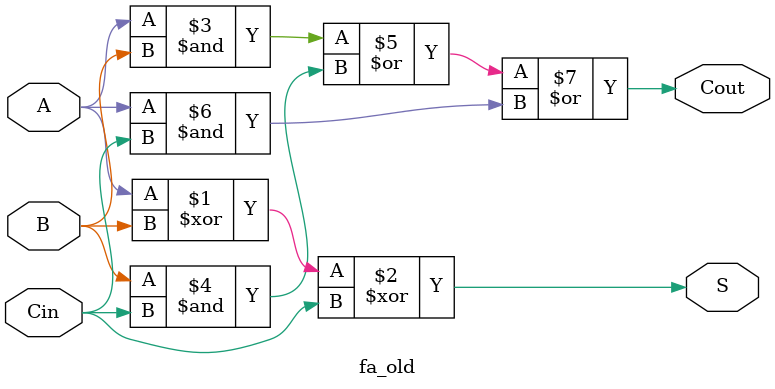
<source format=v>
module fa_old(Cout, S, A, B, Cin);
output Cout, S;
input A, B, Cin;

xor X1(S, A, B, Cin);

assign Cout = (A&B)|(B&Cin)|(A&Cin);


endmodule
</source>
